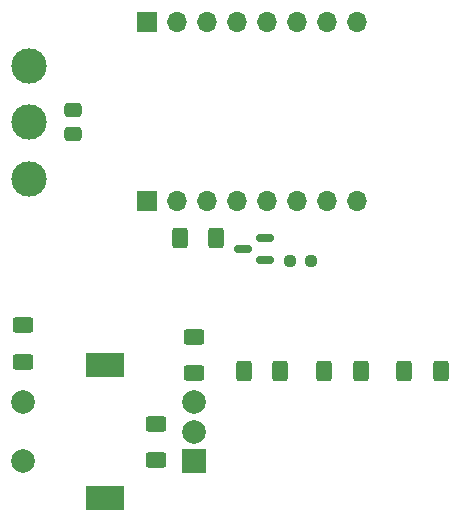
<source format=gbr>
%TF.GenerationSoftware,KiCad,Pcbnew,7.0.7*%
%TF.CreationDate,2024-01-07T22:57:32-05:00*%
%TF.ProjectId,ESP32-C3_hat,45535033-322d-4433-935f-6861742e6b69,rev?*%
%TF.SameCoordinates,Original*%
%TF.FileFunction,Soldermask,Bot*%
%TF.FilePolarity,Negative*%
%FSLAX46Y46*%
G04 Gerber Fmt 4.6, Leading zero omitted, Abs format (unit mm)*
G04 Created by KiCad (PCBNEW 7.0.7) date 2024-01-07 22:57:32*
%MOMM*%
%LPD*%
G01*
G04 APERTURE LIST*
G04 Aperture macros list*
%AMRoundRect*
0 Rectangle with rounded corners*
0 $1 Rounding radius*
0 $2 $3 $4 $5 $6 $7 $8 $9 X,Y pos of 4 corners*
0 Add a 4 corners polygon primitive as box body*
4,1,4,$2,$3,$4,$5,$6,$7,$8,$9,$2,$3,0*
0 Add four circle primitives for the rounded corners*
1,1,$1+$1,$2,$3*
1,1,$1+$1,$4,$5*
1,1,$1+$1,$6,$7*
1,1,$1+$1,$8,$9*
0 Add four rect primitives between the rounded corners*
20,1,$1+$1,$2,$3,$4,$5,0*
20,1,$1+$1,$4,$5,$6,$7,0*
20,1,$1+$1,$6,$7,$8,$9,0*
20,1,$1+$1,$8,$9,$2,$3,0*%
G04 Aperture macros list end*
%ADD10C,3.000000*%
%ADD11RoundRect,0.250000X-0.475000X0.337500X-0.475000X-0.337500X0.475000X-0.337500X0.475000X0.337500X0*%
%ADD12RoundRect,0.250000X0.400000X0.625000X-0.400000X0.625000X-0.400000X-0.625000X0.400000X-0.625000X0*%
%ADD13RoundRect,0.250000X-0.625000X0.400000X-0.625000X-0.400000X0.625000X-0.400000X0.625000X0.400000X0*%
%ADD14RoundRect,0.237500X-0.250000X-0.237500X0.250000X-0.237500X0.250000X0.237500X-0.250000X0.237500X0*%
%ADD15RoundRect,0.150000X0.587500X0.150000X-0.587500X0.150000X-0.587500X-0.150000X0.587500X-0.150000X0*%
%ADD16RoundRect,0.250000X-0.400000X-0.625000X0.400000X-0.625000X0.400000X0.625000X-0.400000X0.625000X0*%
%ADD17C,2.000000*%
%ADD18R,3.200000X2.000000*%
%ADD19R,2.000000X2.000000*%
%ADD20O,1.700000X1.700000*%
%ADD21R,1.700000X1.700000*%
G04 APERTURE END LIST*
D10*
%TO.C,J5*%
X29006800Y-43434000D03*
%TD*%
%TO.C,J4*%
X29006800Y-33832800D03*
%TD*%
%TO.C,J3*%
X29006800Y-38608000D03*
%TD*%
D11*
%TO.C,C2*%
X32715200Y-39645500D03*
X32715200Y-37570500D03*
%TD*%
D12*
%TO.C,R4*%
X57119600Y-59688800D03*
X54019600Y-59688800D03*
%TD*%
%TO.C,R6*%
X63856800Y-59690000D03*
X60756800Y-59690000D03*
%TD*%
D13*
%TO.C,R7*%
X42991650Y-56792000D03*
X42991650Y-59892000D03*
%TD*%
D14*
%TO.C,R9*%
X52893850Y-50341600D03*
X51068850Y-50341600D03*
%TD*%
D15*
%TO.C,Q1*%
X47106450Y-49376400D03*
X48981450Y-50326400D03*
X48981450Y-48426400D03*
%TD*%
D16*
%TO.C,R1*%
X44871250Y-48411200D03*
X41771250Y-48411200D03*
%TD*%
D12*
%TO.C,R8*%
X50293200Y-59690000D03*
X47193200Y-59690000D03*
%TD*%
D13*
%TO.C,R5*%
X39740450Y-67258000D03*
X39740450Y-64158000D03*
%TD*%
D17*
%TO.C,SW1*%
X28477250Y-67319600D03*
X28477250Y-62319600D03*
D18*
X35477250Y-59219600D03*
X35477250Y-70419600D03*
D17*
X42977250Y-64819600D03*
X42977250Y-62319600D03*
D19*
X42977250Y-67319600D03*
%TD*%
D13*
%TO.C,R2*%
X28513650Y-58928000D03*
X28513650Y-55828000D03*
%TD*%
D20*
%TO.C,J1*%
X56758450Y-30162400D03*
X54218450Y-30162400D03*
X51678450Y-30162400D03*
X49138450Y-30162400D03*
X46598450Y-30162400D03*
X44058450Y-30162400D03*
X41518450Y-30162400D03*
D21*
X38978450Y-30162400D03*
%TD*%
D20*
%TO.C,J2*%
X56758450Y-45261600D03*
X54218450Y-45261600D03*
X51678450Y-45261600D03*
X49138450Y-45261600D03*
X46598450Y-45261600D03*
X44058450Y-45261600D03*
X41518450Y-45261600D03*
D21*
X38978450Y-45261600D03*
%TD*%
M02*

</source>
